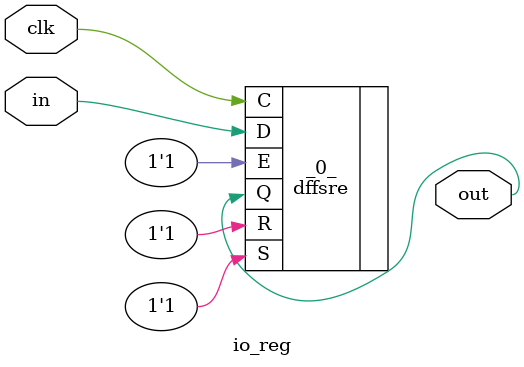
<source format=v>
/* Generated by Yosys 0.16+65 (git sha1 051517d61, gcc 9.1.0 -fPIC -Os) */

module io_reg(clk, in, out);
  input clk;
  wire clk;
  input in;
  wire in;
  output out;
  wire out;
  dffsre _0_ (
    .C(clk),
    .D(in),
    .E(1'b1),
    .Q(out),
    .R(1'b1),
    .S(1'b1)
  );
endmodule

</source>
